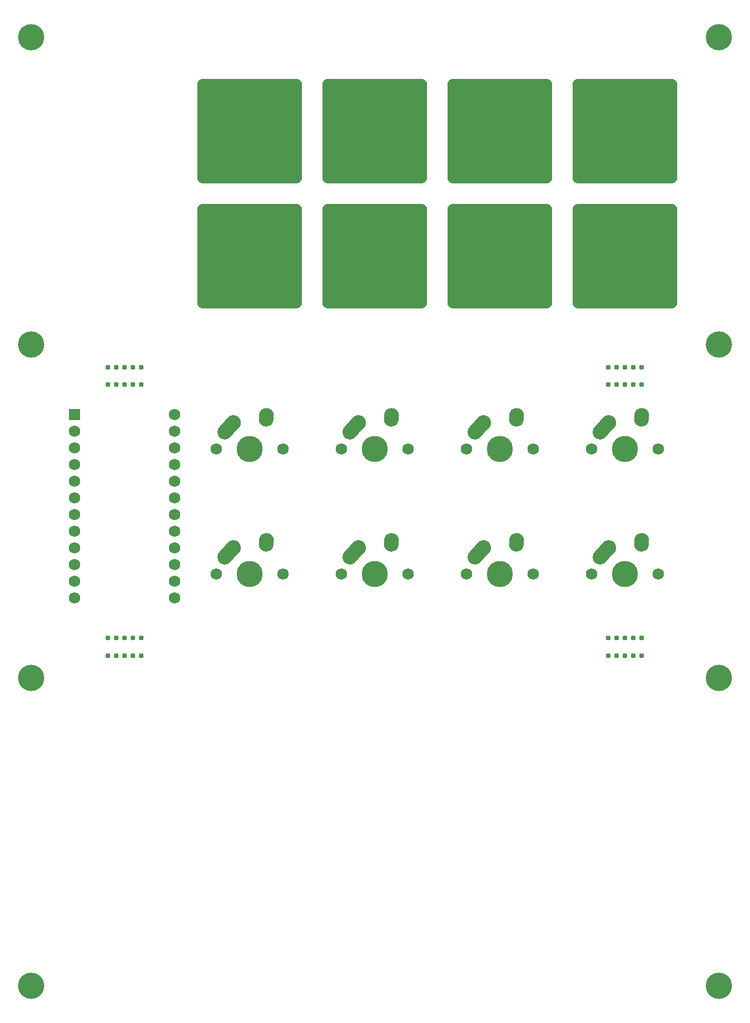
<source format=gbr>
%TF.GenerationSoftware,KiCad,Pcbnew,(5.99.0-12170-ge0011fcd93)*%
%TF.CreationDate,2021-09-26T20:19:55-07:00*%
%TF.ProjectId,dumb macropad,64756d62-206d-4616-9372-6f7061642e6b,rev?*%
%TF.SameCoordinates,Original*%
%TF.FileFunction,Soldermask,Bot*%
%TF.FilePolarity,Negative*%
%FSLAX46Y46*%
G04 Gerber Fmt 4.6, Leading zero omitted, Abs format (unit mm)*
G04 Created by KiCad (PCBNEW (5.99.0-12170-ge0011fcd93)) date 2021-09-26 20:19:55*
%MOMM*%
%LPD*%
G01*
G04 APERTURE LIST*
G04 Aperture macros list*
%AMRoundRect*
0 Rectangle with rounded corners*
0 $1 Rounding radius*
0 $2 $3 $4 $5 $6 $7 $8 $9 X,Y pos of 4 corners*
0 Add a 4 corners polygon primitive as box body*
4,1,4,$2,$3,$4,$5,$6,$7,$8,$9,$2,$3,0*
0 Add four circle primitives for the rounded corners*
1,1,$1+$1,$2,$3*
1,1,$1+$1,$4,$5*
1,1,$1+$1,$6,$7*
1,1,$1+$1,$8,$9*
0 Add four rect primitives between the rounded corners*
20,1,$1+$1,$2,$3,$4,$5,0*
20,1,$1+$1,$4,$5,$6,$7,0*
20,1,$1+$1,$6,$7,$8,$9,0*
20,1,$1+$1,$8,$9,$2,$3,0*%
%AMHorizOval*
0 Thick line with rounded ends*
0 $1 width*
0 $2 $3 position (X,Y) of the first rounded end (center of the circle)*
0 $4 $5 position (X,Y) of the second rounded end (center of the circle)*
0 Add line between two ends*
20,1,$1,$2,$3,$4,$5,0*
0 Add two circle primitives to create the rounded ends*
1,1,$1,$2,$3*
1,1,$1,$4,$5*%
G04 Aperture macros list end*
%ADD10C,4.000000*%
%ADD11C,0.500000*%
%ADD12C,0.787400*%
%ADD13RoundRect,1.008000X6.992000X6.992000X-6.992000X6.992000X-6.992000X-6.992000X6.992000X-6.992000X0*%
%ADD14C,1.752600*%
%ADD15R,1.752600X1.752600*%
%ADD16HorizOval,2.250000X0.020000X0.290000X-0.020000X-0.290000X0*%
%ADD17C,2.250000*%
%ADD18HorizOval,2.250000X0.655001X0.730000X-0.655001X-0.730000X0*%
%ADD19C,3.987800*%
%ADD20C,1.750000*%
G04 APERTURE END LIST*
D10*
%TO.C,Ref\u002A\u002A*%
X84132200Y-173820300D03*
D11*
X85632200Y-173820300D03*
X82632200Y-173820300D03*
X84132200Y-175320300D03*
X84132200Y-172320300D03*
X85192200Y-174880300D03*
X83072200Y-174880300D03*
X83072200Y-172760300D03*
X85192200Y-172760300D03*
%TD*%
D10*
%TO.C,Ref\u002A\u002A*%
X188900600Y-173820300D03*
D11*
X190400600Y-173820300D03*
X187400600Y-173820300D03*
X188900600Y-175320300D03*
X188900600Y-172320300D03*
X189960600Y-174880300D03*
X187840600Y-174880300D03*
X187840600Y-172760300D03*
X189960600Y-172760300D03*
%TD*%
D10*
%TO.C,Ref\u002A\u002A*%
X188900600Y-126992000D03*
D11*
X190400600Y-126992000D03*
X187400600Y-126992000D03*
X188900600Y-128492000D03*
X188900600Y-125492000D03*
X189960600Y-128052000D03*
X187840600Y-128052000D03*
X187840600Y-125932000D03*
X189960600Y-125932000D03*
%TD*%
D10*
%TO.C,Ref\u002A\u002A*%
X84132200Y-126992000D03*
D11*
X85632200Y-126992000D03*
X82632200Y-126992000D03*
X84132200Y-128492000D03*
X84132200Y-125492000D03*
X85192200Y-128052000D03*
X83072200Y-128052000D03*
X83072200Y-125932000D03*
X85192200Y-125932000D03*
%TD*%
D10*
%TO.C,Ref\u002A\u002A*%
X84132200Y-76195200D03*
D11*
X85632200Y-76195200D03*
X82632200Y-76195200D03*
X84132200Y-77695200D03*
X84132200Y-74695200D03*
X85192200Y-77255200D03*
X83072200Y-77255200D03*
X83072200Y-75135200D03*
X85192200Y-75135200D03*
%TD*%
D10*
%TO.C,Ref\u002A\u002A*%
X188900600Y-76195200D03*
D11*
X190400600Y-76195200D03*
X187400600Y-76195200D03*
X188900600Y-77695200D03*
X188900600Y-74695200D03*
X189960600Y-77255200D03*
X187840600Y-77255200D03*
X187840600Y-75135200D03*
X189960600Y-75135200D03*
%TD*%
D10*
%TO.C,Ref\u002A\u002A*%
X188900600Y-29366900D03*
D11*
X190400600Y-29366900D03*
X187400600Y-29366900D03*
X188900600Y-30866900D03*
X188900600Y-27866900D03*
X189960600Y-30426900D03*
X187840600Y-30426900D03*
X187840600Y-28306900D03*
X189960600Y-28306900D03*
%TD*%
D10*
%TO.C,Ref\u002A\u002A*%
X84132200Y-29366900D03*
D11*
X85632200Y-29366900D03*
X82632200Y-29366900D03*
X84132200Y-30866900D03*
X84132200Y-27866900D03*
X85192200Y-30426900D03*
X83072200Y-30426900D03*
X83072200Y-28306900D03*
X85192200Y-28306900D03*
%TD*%
D12*
%TO.C,REF\u002A\u002A*%
X174614000Y-120896400D03*
X173344000Y-120896400D03*
X172074000Y-120896400D03*
X175884000Y-120896400D03*
X177154000Y-120896400D03*
%TD*%
%TO.C,REF\u002A\u002A*%
X98418800Y-120896400D03*
X97148800Y-120896400D03*
X95878800Y-120896400D03*
X99688800Y-120896400D03*
X100958800Y-120896400D03*
%TD*%
%TO.C,REF\u002A\u002A*%
X177154000Y-123563200D03*
X173344000Y-123563200D03*
X172074000Y-123563200D03*
X174614000Y-123563200D03*
X175884000Y-123563200D03*
%TD*%
%TO.C,REF\u002A\u002A*%
X100958800Y-123563200D03*
X98418800Y-123563200D03*
X99688800Y-123563200D03*
X95878800Y-123563200D03*
X97148800Y-123563200D03*
%TD*%
%TO.C,REF\u002A\u002A*%
X98418800Y-79624000D03*
X97148800Y-79624000D03*
X95878800Y-79624000D03*
X99688800Y-79624000D03*
X100958800Y-79624000D03*
%TD*%
%TO.C,REF\u002A\u002A*%
X174614000Y-79624000D03*
X173344000Y-79624000D03*
X172074000Y-79624000D03*
X175884000Y-79624000D03*
X177154000Y-79624000D03*
%TD*%
%TO.C,REF\u002A\u002A*%
X174614000Y-82290800D03*
X175884000Y-82290800D03*
X177154000Y-82290800D03*
X173344000Y-82290800D03*
X172074000Y-82290800D03*
%TD*%
%TO.C,REF\u002A\u002A*%
X98418800Y-82290800D03*
X99688800Y-82290800D03*
X100958800Y-82290800D03*
X97148800Y-82290800D03*
X95878800Y-82290800D03*
%TD*%
D13*
%TO.C,REF\u002A\u002A*%
X174614000Y-62702300D03*
%TD*%
%TO.C,REF\u002A\u002A*%
X155565200Y-62702300D03*
%TD*%
%TO.C,REF\u002A\u002A*%
X136516400Y-62702300D03*
%TD*%
%TO.C,REF\u002A\u002A*%
X117467600Y-62702300D03*
%TD*%
%TO.C,REF\u002A\u002A*%
X174614000Y-43653500D03*
%TD*%
%TO.C,REF\u002A\u002A*%
X155565200Y-43653500D03*
%TD*%
%TO.C,REF\u002A\u002A*%
X136516400Y-43653500D03*
%TD*%
%TO.C,REF\u002A\u002A*%
X117467600Y-43653500D03*
%TD*%
D14*
%TO.C,U1*%
X106038800Y-86829900D03*
X90798800Y-114769900D03*
X106038800Y-89369900D03*
X106038800Y-91909900D03*
X106038800Y-94449900D03*
X106038800Y-96989900D03*
X106038800Y-99529900D03*
X106038800Y-102069900D03*
X106038800Y-104609900D03*
X106038800Y-107149900D03*
X106038800Y-109689900D03*
X106038800Y-112229900D03*
X106038800Y-114769900D03*
X90798800Y-112229900D03*
X90798800Y-109689900D03*
X90798800Y-107149900D03*
X90798800Y-104609900D03*
X90798800Y-102069900D03*
X90798800Y-99529900D03*
X90798800Y-96989900D03*
X90798800Y-94449900D03*
X90798800Y-91909900D03*
X90798800Y-89369900D03*
D15*
X90798800Y-86829900D03*
%TD*%
D16*
%TO.C,MX8*%
X177134000Y-106328000D03*
D17*
X177154000Y-106038000D03*
D18*
X171459001Y-107848000D03*
D19*
X174614000Y-111118000D03*
D17*
X172114000Y-107118000D03*
D20*
X169534000Y-111118000D03*
X179694000Y-111118000D03*
%TD*%
D16*
%TO.C,MX7*%
X158085200Y-106328000D03*
D17*
X158105200Y-106038000D03*
D18*
X152410201Y-107848000D03*
D19*
X155565200Y-111118000D03*
D17*
X153065200Y-107118000D03*
D20*
X150485200Y-111118000D03*
X160645200Y-111118000D03*
%TD*%
D16*
%TO.C,MX6*%
X139036400Y-106328000D03*
D17*
X139056400Y-106038000D03*
D18*
X133361401Y-107848000D03*
D19*
X136516400Y-111118000D03*
D17*
X134016400Y-107118000D03*
D20*
X131436400Y-111118000D03*
X141596400Y-111118000D03*
%TD*%
D16*
%TO.C,MX5*%
X119987600Y-106328000D03*
D17*
X120007600Y-106038000D03*
D18*
X114312601Y-107848000D03*
D19*
X117467600Y-111118000D03*
D17*
X114967600Y-107118000D03*
D20*
X112387600Y-111118000D03*
X122547600Y-111118000D03*
%TD*%
D16*
%TO.C,MX4*%
X177134000Y-87279200D03*
D17*
X177154000Y-86989200D03*
D18*
X171459001Y-88799200D03*
D19*
X174614000Y-92069200D03*
D17*
X172114000Y-88069200D03*
D20*
X169534000Y-92069200D03*
X179694000Y-92069200D03*
%TD*%
D16*
%TO.C,MX3*%
X158085200Y-87279200D03*
D17*
X158105200Y-86989200D03*
D18*
X152410201Y-88799200D03*
D19*
X155565200Y-92069200D03*
D17*
X153065200Y-88069200D03*
D20*
X150485200Y-92069200D03*
X160645200Y-92069200D03*
%TD*%
D16*
%TO.C,MX2*%
X139036400Y-87279200D03*
D17*
X139056400Y-86989200D03*
D18*
X133361401Y-88799200D03*
D19*
X136516400Y-92069200D03*
D17*
X134016400Y-88069200D03*
D20*
X131436400Y-92069200D03*
X141596400Y-92069200D03*
%TD*%
D16*
%TO.C,MX1*%
X119987600Y-87279200D03*
D17*
X120007600Y-86989200D03*
D18*
X114312601Y-88799200D03*
D19*
X117467600Y-92069200D03*
D17*
X114967600Y-88069200D03*
D20*
X112387600Y-92069200D03*
X122547600Y-92069200D03*
%TD*%
M02*

</source>
